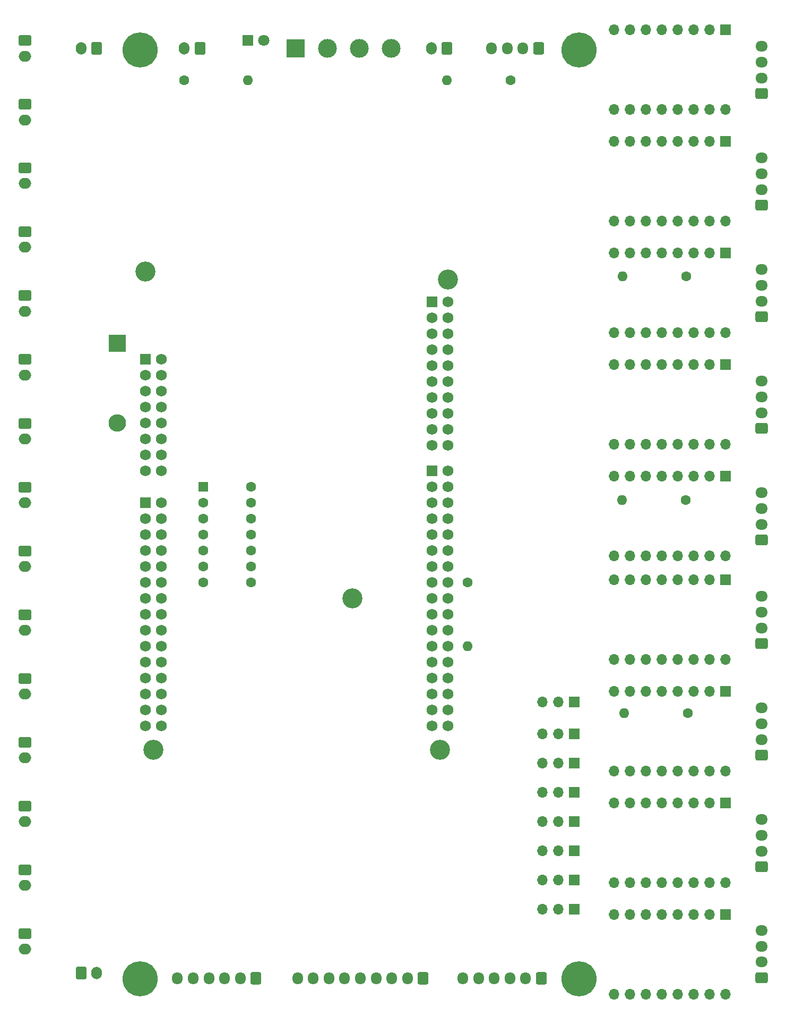
<source format=gbr>
%TF.GenerationSoftware,KiCad,Pcbnew,9.0.0*%
%TF.CreationDate,2025-03-23T18:41:59+01:00*%
%TF.ProjectId,Board_Main,426f6172-645f-44d6-9169-6e2e6b696361,rev?*%
%TF.SameCoordinates,Original*%
%TF.FileFunction,Soldermask,Top*%
%TF.FilePolarity,Negative*%
%FSLAX46Y46*%
G04 Gerber Fmt 4.6, Leading zero omitted, Abs format (unit mm)*
G04 Created by KiCad (PCBNEW 9.0.0) date 2025-03-23 18:41:59*
%MOMM*%
%LPD*%
G01*
G04 APERTURE LIST*
G04 Aperture macros list*
%AMRoundRect*
0 Rectangle with rounded corners*
0 $1 Rounding radius*
0 $2 $3 $4 $5 $6 $7 $8 $9 X,Y pos of 4 corners*
0 Add a 4 corners polygon primitive as box body*
4,1,4,$2,$3,$4,$5,$6,$7,$8,$9,$2,$3,0*
0 Add four circle primitives for the rounded corners*
1,1,$1+$1,$2,$3*
1,1,$1+$1,$4,$5*
1,1,$1+$1,$6,$7*
1,1,$1+$1,$8,$9*
0 Add four rect primitives between the rounded corners*
20,1,$1+$1,$2,$3,$4,$5,0*
20,1,$1+$1,$4,$5,$6,$7,0*
20,1,$1+$1,$6,$7,$8,$9,0*
20,1,$1+$1,$8,$9,$2,$3,0*%
G04 Aperture macros list end*
%ADD10O,1.700000X1.950000*%
%ADD11RoundRect,0.250000X0.600000X0.725000X-0.600000X0.725000X-0.600000X-0.725000X0.600000X-0.725000X0*%
%ADD12C,3.200000*%
%ADD13RoundRect,0.102000X-0.765000X-0.765000X0.765000X-0.765000X0.765000X0.765000X-0.765000X0.765000X0*%
%ADD14C,1.734000*%
%ADD15C,5.600000*%
%ADD16RoundRect,0.250000X-0.750000X0.600000X-0.750000X-0.600000X0.750000X-0.600000X0.750000X0.600000X0*%
%ADD17O,2.000000X1.700000*%
%ADD18R,1.700000X1.700000*%
%ADD19O,1.700000X1.700000*%
%ADD20R,1.800000X1.800000*%
%ADD21C,1.800000*%
%ADD22RoundRect,0.250000X0.725000X-0.600000X0.725000X0.600000X-0.725000X0.600000X-0.725000X-0.600000X0*%
%ADD23O,1.950000X1.700000*%
%ADD24C,1.600000*%
%ADD25O,1.600000X1.600000*%
%ADD26RoundRect,0.250000X0.600000X0.750000X-0.600000X0.750000X-0.600000X-0.750000X0.600000X-0.750000X0*%
%ADD27O,1.700000X2.000000*%
%ADD28R,2.800000X2.800000*%
%ADD29O,2.800000X2.800000*%
%ADD30RoundRect,0.250000X-0.550000X-0.550000X0.550000X-0.550000X0.550000X0.550000X-0.550000X0.550000X0*%
%ADD31RoundRect,0.250000X-0.600000X-0.750000X0.600000X-0.750000X0.600000X0.750000X-0.600000X0.750000X0*%
%ADD32R,3.000000X3.000000*%
%ADD33C,3.000000*%
G04 APERTURE END LIST*
D10*
%TO.C,LIDAR*%
X117595000Y-29210707D03*
X120095000Y-29210707D03*
X122595000Y-29210707D03*
D11*
X125095000Y-29210707D03*
%TD*%
D12*
%TO.C,U1*%
X62350000Y-64718000D03*
X63620000Y-140918000D03*
X95370000Y-116788000D03*
X109340000Y-140918000D03*
X110610000Y-65988000D03*
D13*
X108070000Y-69544000D03*
D14*
X110610000Y-69544000D03*
X108070000Y-72084000D03*
X110610000Y-72084000D03*
X108070000Y-74624000D03*
X110610000Y-74624000D03*
X108070000Y-77164000D03*
X110610000Y-77164000D03*
X108070000Y-79704000D03*
X110610000Y-79704000D03*
X108070000Y-82244000D03*
X110610000Y-82244000D03*
X108070000Y-84784000D03*
X110610000Y-84784000D03*
X108070000Y-87324000D03*
X110610000Y-87324000D03*
X108070000Y-89864000D03*
X110610000Y-89864000D03*
X108070000Y-92404000D03*
X110610000Y-92404000D03*
D13*
X62350000Y-78688000D03*
D14*
X64890000Y-78688000D03*
X62350000Y-81228000D03*
X64890000Y-81228000D03*
X62350000Y-83768000D03*
X64890000Y-83768000D03*
X62350000Y-86308000D03*
X64890000Y-86308000D03*
X62350000Y-88848000D03*
X64890000Y-88848000D03*
X62350000Y-91388000D03*
X64890000Y-91388000D03*
X62350000Y-93928000D03*
X64890000Y-93928000D03*
X62350000Y-96468000D03*
X64890000Y-96468000D03*
D13*
X62350000Y-101548000D03*
D14*
X64890000Y-101548000D03*
X62350000Y-104088000D03*
X64890000Y-104088000D03*
X62350000Y-106628000D03*
X64890000Y-106628000D03*
X62350000Y-109168000D03*
X64890000Y-109168000D03*
X62350000Y-111708000D03*
X64890000Y-111708000D03*
X62350000Y-114248000D03*
X64890000Y-114248000D03*
X62350000Y-116788000D03*
X64890000Y-116788000D03*
X62350000Y-119328000D03*
X64890000Y-119328000D03*
X62350000Y-121868000D03*
X64890000Y-121868000D03*
X62350000Y-124408000D03*
X64890000Y-124408000D03*
X62350000Y-126948000D03*
X64890000Y-126948000D03*
X62350000Y-129488000D03*
X64890000Y-129488000D03*
X62350000Y-132028000D03*
X64890000Y-132028000D03*
X62350000Y-134568000D03*
X64890000Y-134568000D03*
X62350000Y-137108000D03*
X64890000Y-137108000D03*
D13*
X108070000Y-96468000D03*
D14*
X110610000Y-96468000D03*
X108070000Y-99008000D03*
X110610000Y-99008000D03*
X108070000Y-101548000D03*
X110610000Y-101548000D03*
X108070000Y-104088000D03*
X110610000Y-104088000D03*
X108070000Y-106628000D03*
X110610000Y-106628000D03*
X108070000Y-109168000D03*
X110610000Y-109168000D03*
X108070000Y-111708000D03*
X110610000Y-111708000D03*
X108070000Y-114248000D03*
X110610000Y-114248000D03*
X108070000Y-116788000D03*
X110610000Y-116788000D03*
X108070000Y-119328000D03*
X110610000Y-119328000D03*
X108070000Y-121868000D03*
X110610000Y-121868000D03*
X108070000Y-124408000D03*
X110610000Y-124408000D03*
X108070000Y-126948000D03*
X110610000Y-126948000D03*
X108070000Y-129488000D03*
X110610000Y-129488000D03*
X108070000Y-132028000D03*
X110610000Y-132028000D03*
X108070000Y-134568000D03*
X110610000Y-134568000D03*
X108070000Y-137108000D03*
X110610000Y-137108000D03*
%TD*%
D15*
%TO.C,H4*%
X131530000Y-177440000D03*
%TD*%
%TO.C,H3*%
X61520000Y-177440000D03*
%TD*%
%TO.C,H2*%
X131590000Y-29460000D03*
%TD*%
%TO.C,H1*%
X61560000Y-29460000D03*
%TD*%
D16*
%TO.C,SW8*%
X43180000Y-99100000D03*
D17*
X43180000Y-101600000D03*
%TD*%
D18*
%TO.C,Servo4*%
X130810000Y-147730000D03*
D19*
X128270000Y-147730000D03*
X125730000Y-147730000D03*
%TD*%
D20*
%TO.C,PWR*%
X78740000Y-27940000D03*
D21*
X81280000Y-27940000D03*
%TD*%
D16*
%TO.C,SW9*%
X43180000Y-109260000D03*
D17*
X43180000Y-111760000D03*
%TD*%
D16*
%TO.C,SW_BAU*%
X43180000Y-160060000D03*
D17*
X43180000Y-162560000D03*
%TD*%
D18*
%TO.C,Servo5*%
X130810000Y-152380000D03*
D19*
X128270000Y-152380000D03*
X125730000Y-152380000D03*
%TD*%
D11*
%TO.C,BTH*%
X125530000Y-177342800D03*
D10*
X123030000Y-177342800D03*
X120530000Y-177342800D03*
X118030000Y-177342800D03*
X115530000Y-177342800D03*
X113030000Y-177342800D03*
%TD*%
D16*
%TO.C,SW4*%
X43180000Y-58380000D03*
D17*
X43180000Y-60880000D03*
%TD*%
D22*
%TO.C,Stepper1*%
X160655000Y-36402000D03*
D23*
X160655000Y-33902000D03*
X160655000Y-31402000D03*
X160655000Y-28902000D03*
%TD*%
D24*
%TO.C,R2*%
X120650000Y-34290000D03*
D25*
X110490000Y-34290000D03*
%TD*%
D18*
%TO.C,Servo1*%
X130810000Y-133350000D03*
D19*
X128270000Y-133350000D03*
X125730000Y-133350000D03*
%TD*%
D16*
%TO.C,SW10*%
X43180000Y-119420000D03*
D17*
X43180000Y-121920000D03*
%TD*%
D18*
%TO.C,U8*%
X154900000Y-79582000D03*
D19*
X152360000Y-79582000D03*
X149820000Y-79582000D03*
X147280000Y-79582000D03*
X144740000Y-79582000D03*
X142200000Y-79582000D03*
X139660000Y-79582000D03*
X137120000Y-79582000D03*
X154900000Y-92282000D03*
X152360000Y-92282000D03*
X149820000Y-92282000D03*
X147280000Y-92282000D03*
X144740000Y-92282000D03*
X142200000Y-92282000D03*
X139660000Y-92282000D03*
X137120000Y-92282000D03*
%TD*%
D16*
%TO.C,SW5*%
X43180000Y-68580000D03*
D17*
X43180000Y-71080000D03*
%TD*%
D24*
%TO.C,R1*%
X68580000Y-34290000D03*
D25*
X78740000Y-34290000D03*
%TD*%
D16*
%TO.C,SW_INIT*%
X43180000Y-170220000D03*
D17*
X43180000Y-172720000D03*
%TD*%
D26*
%TO.C,SW_RST*%
X71080000Y-29210000D03*
D27*
X68580000Y-29210000D03*
%TD*%
D16*
%TO.C,SW3*%
X43180000Y-48220000D03*
D17*
X43180000Y-50720000D03*
%TD*%
D16*
%TO.C,SW6*%
X43180000Y-78740000D03*
D17*
X43180000Y-81240000D03*
%TD*%
D18*
%TO.C,Servo2*%
X130810000Y-138430000D03*
D19*
X128270000Y-138430000D03*
X125730000Y-138430000D03*
%TD*%
D16*
%TO.C,SW1*%
X43180000Y-27940000D03*
D17*
X43180000Y-30440000D03*
%TD*%
D22*
%TO.C,StepperB*%
X160655000Y-159592000D03*
D23*
X160655000Y-157092000D03*
X160655000Y-154592000D03*
X160655000Y-152092000D03*
%TD*%
D28*
%TO.C,D3*%
X57912000Y-76200000D03*
D29*
X57912000Y-88900000D03*
%TD*%
D22*
%TO.C,Stepper4*%
X160655000Y-89742000D03*
D23*
X160655000Y-87242000D03*
X160655000Y-84742000D03*
X160655000Y-82242000D03*
%TD*%
D18*
%TO.C,Servo7*%
X130810000Y-161680000D03*
D19*
X128270000Y-161680000D03*
X125730000Y-161680000D03*
%TD*%
D22*
%TO.C,StepperC*%
X160655000Y-177252000D03*
D23*
X160655000Y-174752000D03*
X160655000Y-172252000D03*
X160655000Y-169752000D03*
%TD*%
D30*
%TO.C,U2*%
X71628000Y-99013000D03*
D24*
X71628000Y-101553000D03*
X71628000Y-104093000D03*
X71628000Y-106633000D03*
X71628000Y-109173000D03*
X71628000Y-111713000D03*
X71628000Y-114253000D03*
X79248000Y-114253000D03*
X79248000Y-111713000D03*
X79248000Y-109173000D03*
X79248000Y-106633000D03*
X79248000Y-104093000D03*
X79248000Y-101553000D03*
X79248000Y-99013000D03*
%TD*%
D18*
%TO.C,U7*%
X154900000Y-61802000D03*
D19*
X152360000Y-61802000D03*
X149820000Y-61802000D03*
X147280000Y-61802000D03*
X144740000Y-61802000D03*
X142200000Y-61802000D03*
X139660000Y-61802000D03*
X137120000Y-61802000D03*
X154900000Y-74502000D03*
X152360000Y-74502000D03*
X149820000Y-74502000D03*
X147280000Y-74502000D03*
X144740000Y-74502000D03*
X142200000Y-74502000D03*
X139660000Y-74502000D03*
X137120000Y-74502000D03*
%TD*%
D22*
%TO.C,Stepper3*%
X160655000Y-71962000D03*
D23*
X160655000Y-69462000D03*
X160655000Y-66962000D03*
X160655000Y-64462000D03*
%TD*%
D24*
%TO.C,R4*%
X113792000Y-114300000D03*
D25*
X113792000Y-124460000D03*
%TD*%
D26*
%TO.C,SW_SPARE_1*%
X54610000Y-29210000D03*
D27*
X52110000Y-29210000D03*
%TD*%
D18*
%TO.C,U5*%
X154900000Y-26242000D03*
D19*
X152360000Y-26242000D03*
X149820000Y-26242000D03*
X147280000Y-26242000D03*
X144740000Y-26242000D03*
X142200000Y-26242000D03*
X139660000Y-26242000D03*
X137120000Y-26242000D03*
X154900000Y-38942000D03*
X152360000Y-38942000D03*
X149820000Y-38942000D03*
X147280000Y-38942000D03*
X144740000Y-38942000D03*
X142200000Y-38942000D03*
X139660000Y-38942000D03*
X137120000Y-38942000D03*
%TD*%
D18*
%TO.C,U6*%
X154900000Y-44022000D03*
D19*
X152360000Y-44022000D03*
X149820000Y-44022000D03*
X147280000Y-44022000D03*
X144740000Y-44022000D03*
X142200000Y-44022000D03*
X139660000Y-44022000D03*
X137120000Y-44022000D03*
X154900000Y-56722000D03*
X152360000Y-56722000D03*
X149820000Y-56722000D03*
X147280000Y-56722000D03*
X144740000Y-56722000D03*
X142200000Y-56722000D03*
X139660000Y-56722000D03*
X137120000Y-56722000D03*
%TD*%
D11*
%TO.C,LCD*%
X80010000Y-177372000D03*
D10*
X77510000Y-177372000D03*
X75010000Y-177372000D03*
X72510000Y-177372000D03*
X70010000Y-177372000D03*
X67510000Y-177372000D03*
%TD*%
D22*
%TO.C,Stepper2*%
X160655000Y-54182000D03*
D23*
X160655000Y-51682000D03*
X160655000Y-49182000D03*
X160655000Y-46682000D03*
%TD*%
D22*
%TO.C,Stepper6*%
X160655000Y-124032000D03*
D23*
X160655000Y-121532000D03*
X160655000Y-119032000D03*
X160655000Y-116532000D03*
%TD*%
D16*
%TO.C,SW11*%
X43180000Y-129580000D03*
D17*
X43180000Y-132080000D03*
%TD*%
D18*
%TO.C,Servo3*%
X130810000Y-143080000D03*
D19*
X128270000Y-143080000D03*
X125730000Y-143080000D03*
%TD*%
D18*
%TO.C,U3*%
X154900000Y-113872000D03*
D19*
X152360000Y-113872000D03*
X149820000Y-113872000D03*
X147280000Y-113872000D03*
X144740000Y-113872000D03*
X142200000Y-113872000D03*
X139660000Y-113872000D03*
X137120000Y-113872000D03*
X154900000Y-126572000D03*
X152360000Y-126572000D03*
X149820000Y-126572000D03*
X147280000Y-126572000D03*
X144740000Y-126572000D03*
X142200000Y-126572000D03*
X139660000Y-126572000D03*
X137120000Y-126572000D03*
%TD*%
D18*
%TO.C,U11*%
X154900000Y-167212000D03*
D19*
X152360000Y-167212000D03*
X149820000Y-167212000D03*
X147280000Y-167212000D03*
X144740000Y-167212000D03*
X142200000Y-167212000D03*
X139660000Y-167212000D03*
X137120000Y-167212000D03*
X154900000Y-179912000D03*
X152360000Y-179912000D03*
X149820000Y-179912000D03*
X147280000Y-179912000D03*
X144740000Y-179912000D03*
X142200000Y-179912000D03*
X139660000Y-179912000D03*
X137120000Y-179912000D03*
%TD*%
D16*
%TO.C,SW7*%
X43180000Y-88940000D03*
D17*
X43180000Y-91440000D03*
%TD*%
D18*
%TO.C,Servo6*%
X130810000Y-157030000D03*
D19*
X128270000Y-157030000D03*
X125730000Y-157030000D03*
%TD*%
D18*
%TO.C,U4*%
X154900000Y-97362000D03*
D19*
X152360000Y-97362000D03*
X149820000Y-97362000D03*
X147280000Y-97362000D03*
X144740000Y-97362000D03*
X142200000Y-97362000D03*
X139660000Y-97362000D03*
X137120000Y-97362000D03*
X154900000Y-110062000D03*
X152360000Y-110062000D03*
X149820000Y-110062000D03*
X147280000Y-110062000D03*
X144740000Y-110062000D03*
X142200000Y-110062000D03*
X139660000Y-110062000D03*
X137120000Y-110062000D03*
%TD*%
D31*
%TO.C,SW_SPARE_2*%
X52110000Y-176530000D03*
D27*
X54610000Y-176530000D03*
%TD*%
D22*
%TO.C,Stepper5*%
X160655000Y-107522000D03*
D23*
X160655000Y-105022000D03*
X160655000Y-102522000D03*
X160655000Y-100022000D03*
%TD*%
D18*
%TO.C,U9*%
X154900000Y-131652000D03*
D19*
X152360000Y-131652000D03*
X149820000Y-131652000D03*
X147280000Y-131652000D03*
X144740000Y-131652000D03*
X142200000Y-131652000D03*
X139660000Y-131652000D03*
X137120000Y-131652000D03*
X154900000Y-144352000D03*
X152360000Y-144352000D03*
X149820000Y-144352000D03*
X147280000Y-144352000D03*
X144740000Y-144352000D03*
X142200000Y-144352000D03*
X139660000Y-144352000D03*
X137120000Y-144352000D03*
%TD*%
D22*
%TO.C,StepperA*%
X160655000Y-141812000D03*
D23*
X160655000Y-139312000D03*
X160655000Y-136812000D03*
X160655000Y-134312000D03*
%TD*%
D18*
%TO.C,U10*%
X154900000Y-149432000D03*
D19*
X152360000Y-149432000D03*
X149820000Y-149432000D03*
X147280000Y-149432000D03*
X144740000Y-149432000D03*
X142200000Y-149432000D03*
X139660000Y-149432000D03*
X137120000Y-149432000D03*
X154900000Y-162132000D03*
X152360000Y-162132000D03*
X149820000Y-162132000D03*
X147280000Y-162132000D03*
X144740000Y-162132000D03*
X142200000Y-162132000D03*
X139660000Y-162132000D03*
X137120000Y-162132000D03*
%TD*%
D16*
%TO.C,SW_TIRETTE*%
X43180000Y-139740000D03*
D17*
X43180000Y-142240000D03*
%TD*%
D32*
%TO.C,J23*%
X86360000Y-29210000D03*
D33*
X91440000Y-29210000D03*
X96520000Y-29210000D03*
X101600000Y-29210000D03*
%TD*%
D18*
%TO.C,Servo8*%
X130810000Y-166370000D03*
D19*
X128270000Y-166370000D03*
X125730000Y-166370000D03*
%TD*%
D16*
%TO.C,SW2*%
X43180000Y-38100000D03*
D17*
X43180000Y-40600000D03*
%TD*%
D26*
%TO.C,LED_LIDAR*%
X110490000Y-29210000D03*
D27*
X107990000Y-29210000D03*
%TD*%
D11*
%TO.C,XBOX_BTH*%
X106680000Y-177372000D03*
D10*
X104180000Y-177372000D03*
X101680000Y-177372000D03*
X99180000Y-177372000D03*
X96680000Y-177372000D03*
X94180000Y-177372000D03*
X91680000Y-177372000D03*
X89180000Y-177372000D03*
X86680000Y-177372000D03*
%TD*%
D16*
%TO.C,SW_TEAM*%
X43180000Y-149900000D03*
D17*
X43180000Y-152400000D03*
%TD*%
D24*
%TO.C,R5*%
X148677000Y-65485000D03*
D25*
X138517000Y-65485000D03*
%TD*%
D24*
%TO.C,R3*%
X148931000Y-135081000D03*
D25*
X138771000Y-135081000D03*
%TD*%
D24*
%TO.C,R6*%
X148550000Y-101172000D03*
D25*
X138390000Y-101172000D03*
%TD*%
M02*

</source>
